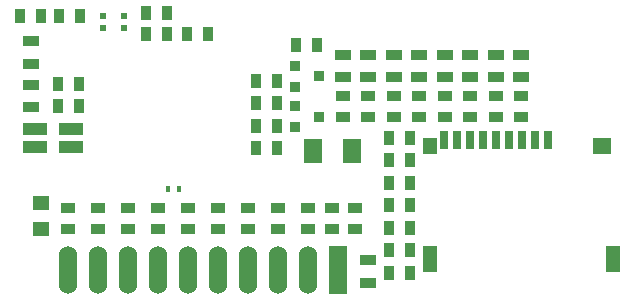
<source format=gtp>
G04 (created by PCBNEW-RS274X (2012-01-19 BZR 3256)-stable) date 25/03/2013 01:18:40*
G01*
G70*
G90*
%MOIN*%
G04 Gerber Fmt 3.4, Leading zero omitted, Abs format*
%FSLAX34Y34*%
G04 APERTURE LIST*
%ADD10C,0.006000*%
%ADD11R,0.036000X0.036000*%
%ADD12R,0.055000X0.045000*%
%ADD13R,0.045000X0.035000*%
%ADD14R,0.035000X0.045000*%
%ADD15R,0.060000X0.160000*%
%ADD16O,0.060000X0.160000*%
%ADD17R,0.060000X0.080000*%
%ADD18R,0.055000X0.035000*%
%ADD19R,0.080000X0.040000*%
%ADD20R,0.047200X0.086600*%
%ADD21R,0.063000X0.055100*%
%ADD22R,0.047200X0.055100*%
%ADD23R,0.027600X0.063000*%
%ADD24R,0.023600X0.023600*%
%ADD25R,0.015700X0.023600*%
G04 APERTURE END LIST*
G54D10*
G54D11*
X89500Y-64450D03*
X89500Y-63750D03*
X90300Y-64100D03*
X89500Y-63100D03*
X89500Y-62400D03*
X90300Y-62750D03*
G54D12*
X81050Y-66975D03*
X81050Y-67825D03*
G54D13*
X93650Y-64100D03*
X93650Y-63400D03*
X92800Y-64100D03*
X92800Y-63400D03*
X91950Y-64100D03*
X91950Y-63400D03*
X91100Y-64100D03*
X91100Y-63400D03*
G54D14*
X93350Y-68550D03*
X92650Y-68550D03*
X93350Y-67800D03*
X92650Y-67800D03*
X93350Y-65550D03*
X92650Y-65550D03*
X93350Y-64800D03*
X92650Y-64800D03*
X93350Y-66300D03*
X92650Y-66300D03*
X93350Y-67050D03*
X92650Y-67050D03*
G54D13*
X91500Y-67150D03*
X91500Y-67850D03*
G54D14*
X85250Y-60650D03*
X84550Y-60650D03*
X85250Y-61350D03*
X84550Y-61350D03*
X86600Y-61350D03*
X85900Y-61350D03*
X82300Y-63000D03*
X81600Y-63000D03*
X88900Y-64400D03*
X88200Y-64400D03*
X88200Y-63650D03*
X88900Y-63650D03*
G54D13*
X90750Y-67850D03*
X90750Y-67150D03*
X85950Y-67850D03*
X85950Y-67150D03*
X83950Y-67850D03*
X83950Y-67150D03*
X84950Y-67850D03*
X84950Y-67150D03*
X86950Y-67850D03*
X86950Y-67150D03*
X87950Y-67850D03*
X87950Y-67150D03*
X88950Y-67850D03*
X88950Y-67150D03*
X89950Y-67850D03*
X89950Y-67150D03*
X82950Y-67850D03*
X82950Y-67150D03*
X81950Y-67850D03*
X81950Y-67150D03*
G54D14*
X88200Y-62900D03*
X88900Y-62900D03*
G54D13*
X97050Y-64100D03*
X97050Y-63400D03*
X96200Y-64100D03*
X96200Y-63400D03*
X95350Y-64100D03*
X95350Y-63400D03*
X94500Y-64100D03*
X94500Y-63400D03*
G54D14*
X89550Y-61700D03*
X90250Y-61700D03*
X92650Y-69300D03*
X93350Y-69300D03*
X81650Y-60750D03*
X82350Y-60750D03*
X81050Y-60750D03*
X80350Y-60750D03*
G54D15*
X90950Y-69200D03*
G54D16*
X89950Y-69200D03*
X88950Y-69200D03*
X87950Y-69200D03*
X86950Y-69200D03*
X85950Y-69200D03*
X84950Y-69200D03*
X83950Y-69200D03*
X82950Y-69200D03*
X81950Y-69200D03*
G54D17*
X90100Y-65250D03*
X91400Y-65250D03*
G54D18*
X80700Y-61575D03*
X80700Y-62325D03*
X80700Y-63025D03*
X80700Y-63775D03*
X91100Y-62775D03*
X91100Y-62025D03*
X91950Y-62775D03*
X91950Y-62025D03*
X92800Y-62775D03*
X92800Y-62025D03*
X93650Y-62775D03*
X93650Y-62025D03*
X94500Y-62775D03*
X94500Y-62025D03*
X95350Y-62775D03*
X95350Y-62025D03*
X96200Y-62775D03*
X96200Y-62025D03*
X97050Y-62775D03*
X97050Y-62025D03*
G54D19*
X80850Y-65100D03*
X82050Y-65100D03*
X82050Y-64500D03*
X80850Y-64500D03*
G54D14*
X82300Y-63750D03*
X81600Y-63750D03*
G54D20*
X93999Y-68838D03*
X100101Y-68838D03*
G54D21*
X99747Y-65059D03*
G54D22*
X93999Y-65059D03*
G54D23*
X94471Y-64862D03*
X94904Y-64862D03*
X95337Y-64862D03*
X95770Y-64862D03*
X96204Y-64862D03*
X96637Y-64862D03*
X97070Y-64862D03*
X97503Y-64862D03*
X97936Y-64862D03*
G54D14*
X88200Y-65150D03*
X88900Y-65150D03*
G54D18*
X91950Y-69625D03*
X91950Y-68875D03*
G54D24*
X83100Y-60750D03*
X83100Y-61150D03*
X83800Y-61150D03*
X83800Y-60750D03*
G54D25*
X85627Y-66500D03*
X85273Y-66500D03*
M02*

</source>
